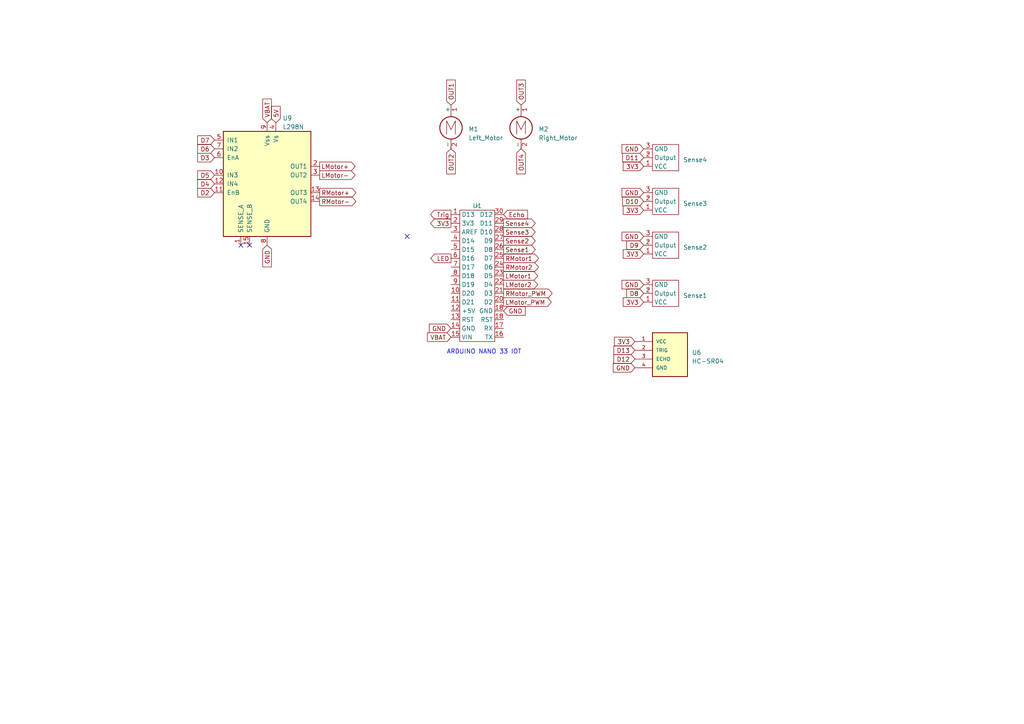
<source format=kicad_sch>
(kicad_sch (version 20230121) (generator eeschema)
  (paper "A4")
  (lib_symbols
    (symbol "Driver_Motor:L298N" (pin_names (offset 1.016))
      (property "Reference" "U" (at -10.16 16.51 0))
      (property "Value" "L298N" (at 12.7 16.51 0))
      (symbol "L298N_0_1"
        (rectangle (start -12.7 15.24) (end 12.7 -15.24) (stroke (width 0.254)) (fill (type background)))
      )
      (symbol "L298N_1_1"
        (pin power_in line (at -7.62 -17.78 90) (length 2.54) (name "SENSE_A") (number "1"))
        (pin input line (at -15.24 2.54 0) (length 2.54) (name "IN3") (number "10"))
        (pin input line (at -15.24 -2.54 0) (length 2.54) (name "EnB") (number "11"))
        (pin input line (at -15.24 0 0) (length 2.54) (name "IN4") (number "12"))
        (pin output line (at 15.24 -2.54 180) (length 2.54) (name "OUT3") (number "13"))
        (pin output line (at 15.24 -5.08 180) (length 2.54) (name "OUT4") (number "14"))
        (pin power_in line (at -5.08 -17.78 90) (length 2.54) (name "SENSE_B") (number "15"))
        (pin output line (at 15.24 5.08 180) (length 2.54) (name "OUT1") (number "2"))
        (pin output line (at 15.24 2.54 180) (length 2.54) (name "OUT2") (number "3"))
        (pin power_in line (at 2.54 17.78 270) (length 2.54) (name "Vs") (number "4"))
        (pin input line (at -15.24 12.7 0) (length 2.54) (name "IN1") (number "5"))
        (pin input line (at -15.24 7.62 0) (length 2.54) (name "EnA") (number "6"))
        (pin input line (at -15.24 10.16 0) (length 2.54) (name "IN2") (number "7"))
        (pin power_in line (at 0 -17.78 90) (length 2.54) (name "GND") (number "8"))
        (pin power_in line (at 0 17.78 270) (length 2.54) (name "Vss") (number "9"))
      )
    )
    (symbol "HC-SR04:HC-SR04" (pin_names (offset 1.016))
      (property "Reference" "U" (at 0 5.0813 0))
      (property "Value" "HC-SR04" (at 0 -10.163 0))
      (symbol "HC-SR04_0_0"
        (rectangle (start 0 -7.62) (end 10.16 5.08) (stroke (width 0.254)) (fill (type background)))
        (pin power_in line (at -5.08 2.54 0) (length 5.08) (name "VCC") (number "1"))
        (pin bidirectional line (at -5.08 0 0) (length 5.08) (name "TRIG") (number "2"))
        (pin bidirectional line (at -5.08 -2.54 0) (length 5.08) (name "ECHO") (number "3"))
        (pin power_in line (at -5.08 -5.08 0) (length 5.08) (name "GND") (number "4"))
      )
    )
    (symbol "LineSensor:LineSensor"
      (property "Reference" "U" (at 7.62 1.27 0))
      (symbol "LineSensor_0_1"
        (polyline (pts (xy 1.27 2.54) (xy 1.27 -5.08) (xy 8.89 -5.08) (xy 8.89 2.54) (xy 1.27 2.54)))
      )
      (symbol "LineSensor_1_1"
        (pin input line (at -1.27 -3.81 0) (length 2.54) (name "VCC") (number "1"))
        (pin output line (at -1.27 -1.27 0) (length 2.54) (name "Output") (number "2"))
        (pin input line (at -1.27 1.27 0) (length 2.54) (name "GND") (number "3"))
      )
    )
    (symbol "Motor:Motor_DC" (pin_names (offset 0))
      (property "Reference" "M" (at 2.54 2.54 0))
      (property "Value" "Motor_DC" (at 2.54 -5.08 0))
      (symbol "Motor_DC_0_0"
        (polyline (pts (xy -1.27 -3.302) (xy -1.27 0.508) (xy 0 -2.032) (xy 1.27 0.508) (xy 1.27 -3.302)))
      )
      (symbol "Motor_DC_0_1"
        (circle (center 0 -1.524) (radius 3.2512) (stroke (width 0.254)))
        (polyline (pts (xy 0 -7.62) (xy 0 -7.112)))
        (polyline (pts (xy 0 -4.7752) (xy 0 -5.1816)))
        (polyline (pts (xy 0 1.7272) (xy 0 2.0828)))
        (polyline (pts (xy 0 2.032) (xy 0 2.54)))
      )
      (symbol "Motor_DC_1_1"
        (pin passive line (at 0 5.08 270) (length 2.54) (name "+") (number "1"))
        (pin passive line (at 0 -7.62 90) (length 2.54) (name "-") (number "2"))
      )
    )
    (symbol "arduino33iot:Arduino_Nano_33_ioT"
      (property "Reference" "U" (at 0 0 0))
      (symbol "Arduino_Nano_33_ioT_0_1"
        (rectangle (start -5.08 -1.27) (end 5.08 -39.37))
      )
      (symbol "Arduino_Nano_33_ioT_1_1"
        (pin bidirectional line (at -7.62 -2.54 0) (length 2.54) (name "D13") (number "1"))
        (pin bidirectional line (at -7.62 -25.4 0) (length 2.54) (name "D20") (number "10"))
        (pin bidirectional line (at -7.62 -27.94 0) (length 2.54) (name "D21") (number "11"))
        (pin bidirectional line (at -7.62 -30.48 0) (length 2.54) (name "+5V") (number "12"))
        (pin bidirectional line (at -7.62 -33.02 0) (length 2.54) (name "RST") (number "13"))
        (pin bidirectional line (at -7.62 -35.56 0) (length 2.54) (name "GND") (number "14"))
        (pin bidirectional line (at -7.62 -38.1 0) (length 2.54) (name "VIN") (number "15"))
        (pin bidirectional line (at 7.62 -38.1 180) (length 2.54) (name "TX") (number "16"))
        (pin bidirectional line (at 7.62 -35.56 180) (length 2.54) (name "RX") (number "17"))
        (pin bidirectional line (at 7.62 -30.48 180) (length 2.54) (name "GND") (number "18"))
        (pin bidirectional line (at 7.62 -33.02 180) (length 2.54) (name "RST") (number "18"))
        (pin bidirectional line (at -7.62 -5.08 0) (length 2.54) (name "3V3") (number "2"))
        (pin bidirectional line (at 7.62 -27.94 180) (length 2.54) (name "D2") (number "20"))
        (pin bidirectional line (at 7.62 -25.4 180) (length 2.54) (name "D3") (number "21"))
        (pin bidirectional line (at 7.62 -22.86 180) (length 2.54) (name "D4") (number "22"))
        (pin bidirectional line (at 7.62 -20.32 180) (length 2.54) (name "D5") (number "23"))
        (pin bidirectional line (at 7.62 -17.78 180) (length 2.54) (name "D6") (number "24"))
        (pin bidirectional line (at 7.62 -15.24 180) (length 2.54) (name "D7") (number "25"))
        (pin bidirectional line (at 7.62 -12.7 180) (length 2.54) (name "D8") (number "26"))
        (pin bidirectional line (at 7.62 -10.16 180) (length 2.54) (name "D9") (number "27"))
        (pin bidirectional line (at 7.62 -7.62 180) (length 2.54) (name "D10") (number "28"))
        (pin bidirectional line (at 7.62 -5.08 180) (length 2.54) (name "D11") (number "29"))
        (pin bidirectional line (at -7.62 -7.62 0) (length 2.54) (name "AREF") (number "3"))
        (pin bidirectional line (at 7.62 -2.54 180) (length 2.54) (name "D12") (number "30"))
        (pin bidirectional line (at -7.62 -10.16 0) (length 2.54) (name "D14") (number "4"))
        (pin bidirectional line (at -7.62 -12.7 0) (length 2.54) (name "D15") (number "5"))
        (pin bidirectional line (at -7.62 -15.24 0) (length 2.54) (name "D16") (number "6"))
        (pin bidirectional line (at -7.62 -17.78 0) (length 2.54) (name "D17") (number "7"))
        (pin bidirectional line (at -7.62 -20.32 0) (length 2.54) (name "D18") (number "8"))
        (pin bidirectional line (at -7.62 -22.86 0) (length 2.54) (name "D19") (number "9"))
      )
    )
  )
  (no_connect (at 72.39 71.12))
  (no_connect (at 69.85 71.12))
  (no_connect (at 118.11 68.58))
  (text "ARDUINO NANO 33 IOT\n" (at 129.54 102.87 0) (effects (font (size 1.27 1.27)) (justify left bottom)))
  (global_label "3V3" (shape input) (at 186.69 60.96 180) (property "Intersheetrefs" "${INTERSHEET_REFS}" (effects hide)))
  (global_label "D10" (shape input) (at 186.69 58.42 180) (property "Intersheetrefs" "${INTERSHEET_REFS}" (effects hide)))
  (global_label "3V3" (shape input) (at 186.69 48.26 180) (property "Intersheetrefs" "${INTERSHEET_REFS}" (effects hide)))
  (global_label "GND" (shape input) (at 186.69 43.18 180) (property "Intersheetrefs" "${INTERSHEET_REFS}" (effects hide)))
  (global_label "GND" (shape input) (at 184.15 106.68 180) (property "Intersheetrefs" "${INTERSHEET_REFS}" (effects hide)))
  (global_label "D11" (shape input) (at 186.69 45.72 180) (property "Intersheetrefs" "${INTERSHEET_REFS}" (effects hide)))
  (global_label "VBAT" (shape input) (at 77.47 35.56 90) (property "Intersheetrefs" "${INTERSHEET_REFS}" (effects hide)))
  (global_label "Sense4" (shape output) (at 146.05 64.77 0) (property "Intersheetrefs" "${INTERSHEET_REFS}" (effects hide)))
  (global_label "RMotor1" (shape output) (at 146.05 74.93 0) (property "Intersheetrefs" "${INTERSHEET_REFS}" (effects hide)))
  (global_label "OUT2" (shape input) (at 130.81 43.18 270) (property "Intersheetrefs" "${INTERSHEET_REFS}" (effects hide)))
  (global_label "GND" (shape input) (at 77.47 71.12 270) (property "Intersheetrefs" "${INTERSHEET_REFS}" (effects hide)))
  (global_label "D4" (shape input) (at 62.23 53.34 180) (property "Intersheetrefs" "${INTERSHEET_REFS}" (effects hide)))
  (global_label "D3" (shape input) (at 62.23 45.72 180) (property "Intersheetrefs" "${INTERSHEET_REFS}" (effects hide)))
  (global_label "LMotor-" (shape output) (at 92.71 50.8 0) (property "Intersheetrefs" "${INTERSHEET_REFS}" (effects hide)))
  (global_label "Trig" (shape output) (at 130.81 62.23 180) (property "Intersheetrefs" "${INTERSHEET_REFS}" (effects hide)))
  (global_label "GND" (shape input) (at 146.05 90.17 0) (property "Intersheetrefs" "${INTERSHEET_REFS}" (effects hide)))
  (global_label "OUT4" (shape input) (at 151.13 43.18 270) (property "Intersheetrefs" "${INTERSHEET_REFS}" (effects hide)))
  (global_label "D8" (shape input) (at 186.69 85.09 180) (property "Intersheetrefs" "${INTERSHEET_REFS}" (effects hide)))
  (global_label "GND" (shape input) (at 130.81 95.25 180) (property "Intersheetrefs" "${INTERSHEET_REFS}" (effects hide)))
  (global_label "LMotor_PWM" (shape output) (at 146.05 87.63 0) (property "Intersheetrefs" "${INTERSHEET_REFS}" (effects hide)))
  (global_label "D6" (shape input) (at 62.23 43.18 180) (property "Intersheetrefs" "${INTERSHEET_REFS}" (effects hide)))
  (global_label "OUT1" (shape input) (at 130.81 30.48 90) (property "Intersheetrefs" "${INTERSHEET_REFS}" (effects hide)))
  (global_label "3V3" (shape input) (at 184.15 99.06 180) (property "Intersheetrefs" "${INTERSHEET_REFS}" (effects hide)))
  (global_label "LED" (shape output) (at 130.81 74.93 180) (property "Intersheetrefs" "${INTERSHEET_REFS}" (effects hide)))
  (global_label "D9" (shape input) (at 186.69 71.12 180) (property "Intersheetrefs" "${INTERSHEET_REFS}" (effects hide)))
  (global_label "OUT3" (shape input) (at 151.13 30.48 90) (property "Intersheetrefs" "${INTERSHEET_REFS}" (effects hide)))
  (global_label "RMotor+" (shape output) (at 92.71 55.88 0) (property "Intersheetrefs" "${INTERSHEET_REFS}" (effects hide)))
  (global_label "D13" (shape input) (at 184.15 101.6 180) (property "Intersheetrefs" "${INTERSHEET_REFS}" (effects hide)))
  (global_label "3V3" (shape output) (at 130.81 64.77 180) (property "Intersheetrefs" "${INTERSHEET_REFS}" (effects hide)))
  (global_label "3V3" (shape input) (at 186.69 87.63 180) (property "Intersheetrefs" "${INTERSHEET_REFS}" (effects hide)))
  (global_label "LMotor2" (shape output) (at 146.05 82.55 0) (property "Intersheetrefs" "${INTERSHEET_REFS}" (effects hide)))
  (global_label "Sense2" (shape output) (at 146.05 69.85 0) (property "Intersheetrefs" "${INTERSHEET_REFS}" (effects hide)))
  (global_label "VBAT" (shape input) (at 130.81 97.79 180) (property "Intersheetrefs" "${INTERSHEET_REFS}" (effects hide)))
  (global_label "5V" (shape input) (at 80.01 35.56 90) (property "Intersheetrefs" "${INTERSHEET_REFS}" (effects hide)))
  (global_label "3V3" (shape input) (at 186.69 73.66 180) (property "Intersheetrefs" "${INTERSHEET_REFS}" (effects hide)))
  (global_label "GND" (shape input) (at 186.69 82.55 180) (property "Intersheetrefs" "${INTERSHEET_REFS}" (effects hide)))
  (global_label "D2" (shape input) (at 62.23 55.88 180) (property "Intersheetrefs" "${INTERSHEET_REFS}" (effects hide)))
  (global_label "GND" (shape input) (at 186.69 55.88 180) (property "Intersheetrefs" "${INTERSHEET_REFS}" (effects hide)))
  (global_label "RMotor_PWM" (shape output) (at 146.05 85.09 0) (property "Intersheetrefs" "${INTERSHEET_REFS}" (effects hide)))
  (global_label "RMotor-" (shape output) (at 92.71 58.42 0) (property "Intersheetrefs" "${INTERSHEET_REFS}" (effects hide)))
  (global_label "Sense3" (shape output) (at 146.05 67.31 0) (property "Intersheetrefs" "${INTERSHEET_REFS}" (effects hide)))
  (global_label "GND" (shape input) (at 186.69 68.58 180) (property "Intersheetrefs" "${INTERSHEET_REFS}" (effects hide)))
  (global_label "Echo" (shape input) (at 146.05 62.23 0) (property "Intersheetrefs" "${INTERSHEET_REFS}" (effects hide)))
  (global_label "D12" (shape input) (at 184.15 104.14 180) (property "Intersheetrefs" "${INTERSHEET_REFS}" (effects hide)))
  (global_label "LMotor+" (shape output) (at 92.71 48.26 0) (property "Intersheetrefs" "${INTERSHEET_REFS}" (effects hide)))
  (global_label "LMotor1" (shape output) (at 146.05 80.01 0) (property "Intersheetrefs" "${INTERSHEET_REFS}" (effects hide)))
  (global_label "RMotor2" (shape output) (at 146.05 77.47 0) (property "Intersheetrefs" "${INTERSHEET_REFS}" (effects hide)))
  (global_label "Sense1" (shape output) (at 146.05 72.39 0) (property "Intersheetrefs" "${INTERSHEET_REFS}" (effects hide)))
  (global_label "D5" (shape input) (at 62.23 50.8 180) (property "Intersheetrefs" "${INTERSHEET_REFS}" (effects hide)))
  (global_label "D7" (shape input) (at 62.23 40.64 180) (property "Intersheetrefs" "${INTERSHEET_REFS}" (effects hide)))
  (symbol (lib_id "arduino33iot:Arduino_Nano_33_ioT") (at 138.43 59.69 0) (unit 1)
    (property "Reference" "U1" (at 138.43 59.69 0))
    (property "Value" "~" (at 138.43 59.69 0))
  )
  (symbol (lib_id "Driver_Motor:L298N") (at 77.47 53.34 0) (unit 1)
    (property "Reference" "U9" (at 81.9659 34.29 0) (effects (justify left)))
    (property "Value" "L298N" (at 81.9659 36.83 0) (effects (justify left)))
    (property "Footprint" "Package_TO_SOT_THT:TO-220-15_P2.54x2.54mm_StaggerOdd_Lead4.58mm_Vertical" (effects hide))
    (property "Datasheet" "http://www.st.com/st-web-ui/static/active/en/resource/technical/document/datasheet/CD00000240.pdf" (effects hide))
  )
  (symbol (lib_id "LineSensor:LineSensor") (at 187.96 57.15 0) (unit 1)
    (property "Reference" "Sense3" (at 198.12 59.055 0) (effects (justify left)))
    (property "Value" "~" (at 187.96 57.15 0))
  )
  (symbol (lib_id "Motor:Motor_DC") (at 130.81 35.56 0) (unit 1)
    (property "Reference" "M1" (at 135.89 37.465 0) (effects (justify left)))
    (property "Value" "Left_Motor" (at 135.89 40.005 0) (effects (justify left)))
  )
  (symbol (lib_id "LineSensor:LineSensor") (at 187.96 69.85 0) (unit 1)
    (property "Reference" "Sense2" (at 198.12 71.755 0) (effects (justify left)))
    (property "Value" "~" (at 187.96 69.85 0))
  )
  (symbol (lib_id "Motor:Motor_DC") (at 151.13 35.56 0) (unit 1)
    (property "Reference" "M2" (at 156.21 37.465 0) (effects (justify left)))
    (property "Value" "Right_Motor" (at 156.21 40.005 0) (effects (justify left)))
  )
  (symbol (lib_id "LineSensor:LineSensor") (at 187.96 83.82 0) (unit 1)
    (property "Reference" "Sense1" (at 198.12 85.725 0) (effects (justify left)))
    (property "Value" "~" (at 187.96 83.82 0))
  )
  (symbol (lib_id "LineSensor:LineSensor") (at 187.96 44.45 0) (unit 1)
    (property "Reference" "Sense4" (at 198.12 46.355 0) (effects (justify left)))
    (property "Value" "~" (at 187.96 44.45 0))
  )
  (symbol (lib_id "HC-SR04:HC-SR04") (at 189.23 101.6 0) (unit 1)
    (property "Reference" "U6" (at 200.66 102.235 0) (effects (justify left)))
    (property "Value" "HC-SR04" (at 200.66 104.775 0) (effects (justify left)))
    (property "Footprint" "HC-SR04:XCVR_HC-SR04" (effects hide))
    (property "MF" "SparkFun Electronics" (effects hide))
    (property "Description" "\nHC-SR04 Ultrasonic Sensor Qwiic Platform Evaluation Expansion Board\n" (effects hide))
    (property "Package" "None" (effects hide))
    (property "Price" "None" (effects hide))
    (property "Check_prices" "https://www.snapeda.com/parts/HC-SR04/SparkFun+Electronics/view-part/?ref=eda" (effects hide))
    (property "SnapEDA_Link" "https://www.snapeda.com/parts/HC-SR04/SparkFun+Electronics/view-part/?ref=snap" (effects hide))
    (property "MP" "HC-SR04" (effects hide))
    (property "Availability" "Not in stock" (effects hide))
    (property "MANUFACTURER" "Osepp" (effects hide))
  )
)
</source>
